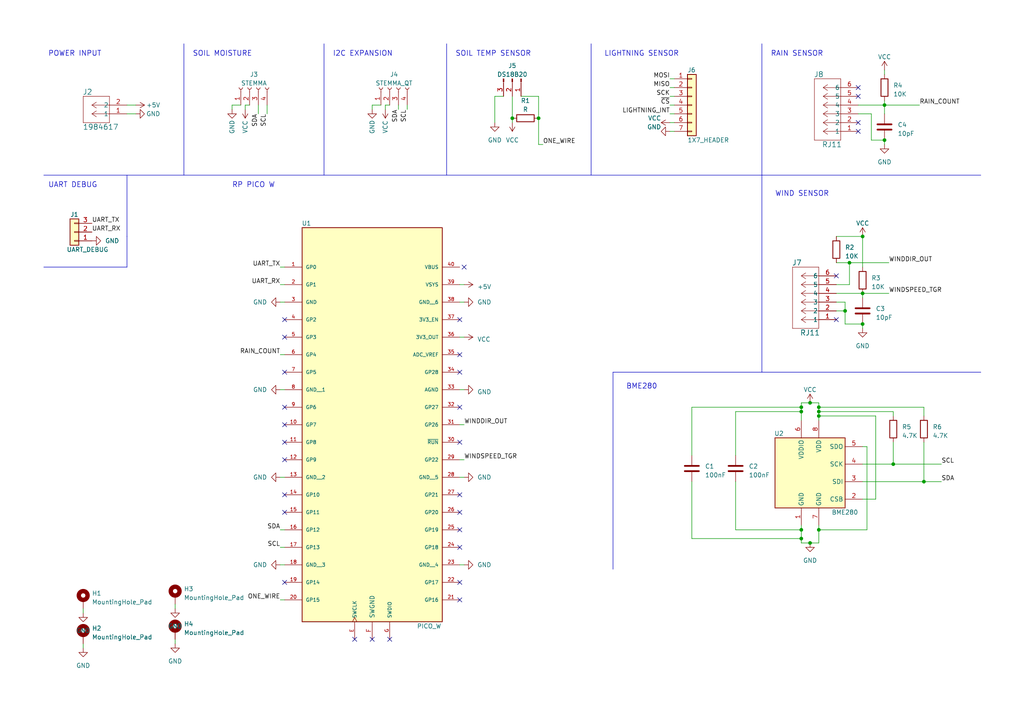
<source format=kicad_sch>
(kicad_sch (version 20231120) (generator "eeschema") (generator_version "8.0")
  (paper "A4")
  (title_block (title "Pico W Weather Station") (date "2023-12-12") (rev "v01") (comment 4 "Author: Scott Perkins"))
  (lib_symbols
    (symbol "Connector:Conn_01x03_Pin" (pin_names (offset 1.016) hide)
      (property "Reference" "J" (at 0 5.08 0))
      (property "Value" "Conn_01x03_Pin" (at 0 -5.08 0))
      (symbol "Conn_01x03_Pin_1_1"
        (polyline (pts (xy 1.27 -2.54) (xy 0.8636 -2.54)) (stroke (width 0.1524)))
        (polyline (pts (xy 1.27 0) (xy 0.8636 0)) (stroke (width 0.1524)))
        (polyline (pts (xy 1.27 2.54) (xy 0.8636 2.54)) (stroke (width 0.1524)))
        (rectangle (start 0.8636 -2.413) (end 0 -2.667) (stroke (width 0.1524)) (fill (type outline)))
        (rectangle (start 0.8636 0.127) (end 0 -0.127) (stroke (width 0.1524)) (fill (type outline)))
        (rectangle (start 0.8636 2.667) (end 0 2.413) (stroke (width 0.1524)) (fill (type outline)))
        (pin passive line (at 5.08 2.54 180) (length 3.81) (name "Pin_1") (number "1"))
        (pin passive line (at 5.08 0 180) (length 3.81) (name "Pin_2") (number "2"))
        (pin passive line (at 5.08 -2.54 180) (length 3.81) (name "Pin_3") (number "3"))
      )
    )
    (symbol "Connector:Conn_01x04_Socket" (pin_names (offset 1.016) hide)
      (property "Reference" "J" (at 0 5.08 0))
      (property "Value" "Conn_01x04_Socket" (at 0 -7.62 0))
      (symbol "Conn_01x04_Socket_1_1"
        (arc (start 0 -4.572) (mid -0.5058 -5.08) (end 0 -5.588) (stroke (width 0.1524)))
        (arc (start 0 -2.032) (mid -0.5058 -2.54) (end 0 -3.048) (stroke (width 0.1524)))
        (polyline (pts (xy -1.27 -5.08) (xy -0.508 -5.08)) (stroke (width 0.1524)))
        (polyline (pts (xy -1.27 -2.54) (xy -0.508 -2.54)) (stroke (width 0.1524)))
        (polyline (pts (xy -1.27 0) (xy -0.508 0)) (stroke (width 0.1524)))
        (polyline (pts (xy -1.27 2.54) (xy -0.508 2.54)) (stroke (width 0.1524)))
        (arc (start 0 0.508) (mid -0.5058 0) (end 0 -0.508) (stroke (width 0.1524)))
        (arc (start 0 3.048) (mid -0.5058 2.54) (end 0 2.032) (stroke (width 0.1524)))
        (pin passive line (at -5.08 2.54 0) (length 3.81) (name "Pin_1") (number "1"))
        (pin passive line (at -5.08 0 0) (length 3.81) (name "Pin_2") (number "2"))
        (pin passive line (at -5.08 -2.54 0) (length 3.81) (name "Pin_3") (number "3"))
        (pin passive line (at -5.08 -5.08 0) (length 3.81) (name "Pin_4") (number "4"))
      )
    )
    (symbol "Connector_Generic:Conn_01x03" (pin_names (offset 1.016) hide)
      (property "Reference" "J" (at 0 5.08 0))
      (property "Value" "Conn_01x03" (at 0 -5.08 0))
      (symbol "Conn_01x03_1_1"
        (rectangle (start -1.27 -2.413) (end 0 -2.667) (stroke (width 0.1524)))
        (rectangle (start -1.27 0.127) (end 0 -0.127) (stroke (width 0.1524)))
        (rectangle (start -1.27 2.667) (end 0 2.413) (stroke (width 0.1524)))
        (rectangle (start -1.27 3.81) (end 1.27 -3.81) (stroke (width 0.254)) (fill (type background)))
        (pin passive line (at -5.08 2.54 0) (length 3.81) (name "Pin_1") (number "1"))
        (pin passive line (at -5.08 0 0) (length 3.81) (name "Pin_2") (number "2"))
        (pin passive line (at -5.08 -2.54 0) (length 3.81) (name "Pin_3") (number "3"))
      )
    )
    (symbol "Connector_Generic:Conn_01x07" (pin_names (offset 1.016) hide)
      (property "Reference" "J" (at 0 10.16 0))
      (property "Value" "Conn_01x07" (at 0 -10.16 0))
      (symbol "Conn_01x07_1_1"
        (rectangle (start -1.27 -7.493) (end 0 -7.747) (stroke (width 0.1524)))
        (rectangle (start -1.27 -4.953) (end 0 -5.207) (stroke (width 0.1524)))
        (rectangle (start -1.27 -2.413) (end 0 -2.667) (stroke (width 0.1524)))
        (rectangle (start -1.27 0.127) (end 0 -0.127) (stroke (width 0.1524)))
        (rectangle (start -1.27 2.667) (end 0 2.413) (stroke (width 0.1524)))
        (rectangle (start -1.27 5.207) (end 0 4.953) (stroke (width 0.1524)))
        (rectangle (start -1.27 7.747) (end 0 7.493) (stroke (width 0.1524)))
        (rectangle (start -1.27 8.89) (end 1.27 -8.89) (stroke (width 0.254)) (fill (type background)))
        (pin passive line (at -5.08 7.62 0) (length 3.81) (name "Pin_1") (number "1"))
        (pin passive line (at -5.08 5.08 0) (length 3.81) (name "Pin_2") (number "2"))
        (pin passive line (at -5.08 2.54 0) (length 3.81) (name "Pin_3") (number "3"))
        (pin passive line (at -5.08 0 0) (length 3.81) (name "Pin_4") (number "4"))
        (pin passive line (at -5.08 -2.54 0) (length 3.81) (name "Pin_5") (number "5"))
        (pin passive line (at -5.08 -5.08 0) (length 3.81) (name "Pin_6") (number "6"))
        (pin passive line (at -5.08 -7.62 0) (length 3.81) (name "Pin_7") (number "7"))
      )
    )
    (symbol "Device:C" (pin_numbers hide) (pin_names (offset 0.254))
      (property "Reference" "C" (at 0.635 2.54 0))
      (property "Value" "C" (at 0.635 -2.54 0))
      (symbol "C_0_1"
        (polyline (pts (xy -2.032 -0.762) (xy 2.032 -0.762)) (stroke (width 0.508)))
        (polyline (pts (xy -2.032 0.762) (xy 2.032 0.762)) (stroke (width 0.508)))
      )
      (symbol "C_1_1"
        (pin passive line (at 0 3.81 270) (length 2.794) (name "~") (number "1"))
        (pin passive line (at 0 -3.81 90) (length 2.794) (name "~") (number "2"))
      )
    )
    (symbol "Device:R" (pin_numbers hide) (pin_names (offset 0))
      (property "Reference" "R" (at 2.032 0 90))
      (property "Value" "R" (at 0 0 90))
      (symbol "R_0_1"
        (rectangle (start -1.016 -2.54) (end 1.016 2.54) (stroke (width 0.254)))
      )
      (symbol "R_1_1"
        (pin passive line (at 0 3.81 270) (length 1.27) (name "~") (number "1"))
        (pin passive line (at 0 -3.81 90) (length 1.27) (name "~") (number "2"))
      )
    )
    (symbol "Mechanical:MountingHole_Pad" (pin_numbers hide) (pin_names (offset 1.016) hide)
      (property "Reference" "H" (at 0 6.35 0))
      (property "Value" "MountingHole_Pad" (at 0 4.445 0))
      (symbol "MountingHole_Pad_0_1"
        (circle (center 0 1.27) (radius 1.27) (stroke (width 1.27)))
      )
      (symbol "MountingHole_Pad_1_1"
        (pin input line (at 0 -2.54 90) (length 2.54) (name "1") (number "1"))
      )
    )
    (symbol "PicoW:SC0918" (pin_names (offset 1.016))
      (property "Reference" "U" (at -20.32 50.8 0))
      (property "Value" "PICO_W" (at 13.97 -66.04 0))
      (symbol "SC0918_0_0"
        (rectangle (start -20.32 50.8) (end 20.32 -63.5) (stroke (width 0.254)) (fill (type background)))
        (pin bidirectional line (at -25.4 39.37 0) (length 5.08) (name "GP0") (number "1"))
        (pin bidirectional line (at -25.4 -6.35 0) (length 5.08) (name "GP7") (number "10"))
        (pin bidirectional line (at -25.4 -11.43 0) (length 5.08) (name "GP8") (number "11"))
        (pin bidirectional line (at -25.4 -16.51 0) (length 5.08) (name "GP9") (number "12"))
        (pin power_in line (at -25.4 -21.59 0) (length 5.08) (name "GND__2") (number "13"))
        (pin bidirectional line (at -25.4 -26.67 0) (length 5.08) (name "GP10") (number "14"))
        (pin bidirectional line (at -25.4 -31.75 0) (length 5.08) (name "GP11") (number "15"))
        (pin bidirectional line (at -25.4 -36.83 0) (length 5.08) (name "GP12") (number "16"))
        (pin bidirectional line (at -25.4 -41.91 0) (length 5.08) (name "GP13") (number "17"))
        (pin power_in line (at -25.4 -46.99 0) (length 5.08) (name "GND__3") (number "18"))
        (pin bidirectional line (at -25.4 -52.07 0) (length 5.08) (name "GP14") (number "19"))
        (pin bidirectional line (at -25.4 34.29 0) (length 5.08) (name "GP1") (number "2"))
        (pin bidirectional line (at -25.4 -57.15 0) (length 5.08) (name "GP15") (number "20"))
        (pin bidirectional line (at 25.4 -57.15 180) (length 5.08) (name "GP16") (number "21"))
        (pin bidirectional line (at 25.4 -52.07 180) (length 5.08) (name "GP17") (number "22"))
        (pin power_in line (at 25.4 -46.99 180) (length 5.08) (name "GND__4") (number "23"))
        (pin bidirectional line (at 25.4 -41.91 180) (length 5.08) (name "GP18") (number "24"))
        (pin bidirectional line (at 25.4 -36.83 180) (length 5.08) (name "GP19") (number "25"))
        (pin bidirectional line (at 25.4 -31.75 180) (length 5.08) (name "GP20") (number "26"))
        (pin bidirectional line (at 25.4 -26.67 180) (length 5.08) (name "GP21") (number "27"))
        (pin power_in line (at 25.4 -21.59 180) (length 5.08) (name "GND__5") (number "28"))
        (pin bidirectional line (at 25.4 -16.51 180) (length 5.08) (name "GP22") (number "29"))
        (pin power_in line (at -25.4 29.21 0) (length 5.08) (name "GND") (number "3"))
        (pin input line (at 25.4 -11.43 180) (length 5.08) (name "~{RUN}") (number "30"))
        (pin bidirectional line (at 25.4 -6.35 180) (length 5.08) (name "GP26") (number "31"))
        (pin bidirectional line (at 25.4 -1.27 180) (length 5.08) (name "GP27") (number "32"))
        (pin power_in line (at 25.4 3.81 180) (length 5.08) (name "AGND") (number "33"))
        (pin bidirectional line (at 25.4 8.89 180) (length 5.08) (name "GP28") (number "34"))
        (pin power_in line (at 25.4 13.97 180) (length 5.08) (name "ADC_VREF") (number "35"))
        (pin power_in line (at 25.4 19.05 180) (length 5.08) (name "3V3_OUT") (number "36"))
        (pin input line (at 25.4 24.13 180) (length 5.08) (name "3V3_EN") (number "37"))
        (pin power_in line (at 25.4 29.21 180) (length 5.08) (name "GND__6") (number "38"))
        (pin power_in line (at 25.4 34.29 180) (length 5.08) (name "VSYS") (number "39"))
        (pin bidirectional line (at -25.4 24.13 0) (length 5.08) (name "GP2") (number "4"))
        (pin power_in line (at 25.4 39.37 180) (length 5.08) (name "VBUS") (number "40"))
        (pin bidirectional line (at -25.4 19.05 0) (length 5.08) (name "GP3") (number "5"))
        (pin bidirectional line (at -25.4 13.97 0) (length 5.08) (name "GP4") (number "6"))
        (pin bidirectional line (at -25.4 8.89 0) (length 5.08) (name "GP5") (number "7"))
        (pin power_in line (at -25.4 3.81 0) (length 5.08) (name "GND__1") (number "8"))
        (pin bidirectional line (at -25.4 -1.27 0) (length 5.08) (name "GP6") (number "9"))
        (pin input clock (at -5.08 -68.58 90) (length 5.08) (name "SWCLK") (number "E"))
        (pin bidirectional line (at 5.08 -68.58 90) (length 5.08) (name "SWDIO") (number "G"))
      )
      (symbol "SC0918_1_1"
        (pin power_in line (at 0 -68.58 90) (length 5.08) (name "SWGND") (number "F"))
      )
    )
    (symbol "Sensor:BME280"
      (property "Reference" "U" (at -8.89 11.43 0))
      (property "Value" "BME280" (at 7.62 11.43 0))
      (symbol "BME280_0_1"
        (rectangle (start -10.16 10.16) (end 10.16 -10.16) (stroke (width 0.254)) (fill (type background)))
      )
      (symbol "BME280_1_1"
        (pin power_in line (at -2.54 -15.24 90) (length 5.08) (name "GND") (number "1"))
        (pin input line (at 15.24 -7.62 180) (length 5.08) (name "CSB") (number "2"))
        (pin bidirectional line (at 15.24 -2.54 180) (length 5.08) (name "SDI") (number "3"))
        (pin input line (at 15.24 2.54 180) (length 5.08) (name "SCK") (number "4"))
        (pin bidirectional line (at 15.24 7.62 180) (length 5.08) (name "SDO") (number "5"))
        (pin power_in line (at -2.54 15.24 270) (length 5.08) (name "VDDIO") (number "6"))
        (pin power_in line (at 2.54 -15.24 90) (length 5.08) (name "GND") (number "7"))
        (pin power_in line (at 2.54 15.24 270) (length 5.08) (name "VDD") (number "8"))
      )
    )
    (symbol "Weather_Sensors:1984617" (pin_names (offset 0.254))
      (property "Reference" "J" (at 5.08 3.81 0))
      (property "Value" "1984617" (at 10.16 -6.35 0))
      (symbol "1984617_0_1"
        (polyline (pts (xy 5.08 -5.08) (xy 12.7 -5.08)) (stroke (width 0.127)))
        (polyline (pts (xy 5.08 2.54) (xy 5.08 -5.08)) (stroke (width 0.127)))
        (polyline (pts (xy 10.16 -2.54) (xy 5.08 -2.54)) (stroke (width 0.127)))
        (polyline (pts (xy 10.16 -2.54) (xy 8.89 -3.3867)) (stroke (width 0.127)))
        (polyline (pts (xy 10.16 -2.54) (xy 8.89 -1.6933)) (stroke (width 0.127)))
        (polyline (pts (xy 10.16 0) (xy 5.08 0)) (stroke (width 0.127)))
        (polyline (pts (xy 10.16 0) (xy 8.89 -0.8467)) (stroke (width 0.127)))
        (polyline (pts (xy 10.16 0) (xy 8.89 0.8467)) (stroke (width 0.127)))
        (polyline (pts (xy 12.7 -5.08) (xy 12.7 2.54)) (stroke (width 0.127)))
        (polyline (pts (xy 12.7 2.54) (xy 5.08 2.54)) (stroke (width 0.127)))
        (pin unspecified line (at 0 0 0) (length 5.08) (name "1") (number "1"))
        (pin unspecified line (at 0 -2.54 0) (length 5.08) (name "2") (number "2"))
      )
    )
    (symbol "Weather_Sensors:5555165-1" (pin_names (offset 0.254))
      (property "Reference" "J" (at 5.08 3.81 0))
      (property "Value" "5555165-1" (at 11.43 -16.51 0))
      (symbol "5555165-1_1_1"
        (polyline (pts (xy 5.08 -15.24) (xy 12.7 -15.24)) (stroke (width 0.127)))
        (polyline (pts (xy 5.08 2.54) (xy 5.08 -15.24)) (stroke (width 0.127)))
        (polyline (pts (xy 10.16 -12.7) (xy 5.08 -12.7)) (stroke (width 0.127)))
        (polyline (pts (xy 10.16 -12.7) (xy 8.89 -13.5467)) (stroke (width 0.127)))
        (polyline (pts (xy 10.16 -12.7) (xy 8.89 -11.8533)) (stroke (width 0.127)))
        (polyline (pts (xy 10.16 -10.16) (xy 5.08 -10.16)) (stroke (width 0.127)))
        (polyline (pts (xy 10.16 -10.16) (xy 8.89 -11.0067)) (stroke (width 0.127)))
        (polyline (pts (xy 10.16 -10.16) (xy 8.89 -9.3133)) (stroke (width 0.127)))
        (polyline (pts (xy 10.16 -7.62) (xy 5.08 -7.62)) (stroke (width 0.127)))
        (polyline (pts (xy 10.16 -7.62) (xy 8.89 -8.4667)) (stroke (width 0.127)))
        (polyline (pts (xy 10.16 -7.62) (xy 8.89 -6.7733)) (stroke (width 0.127)))
        (polyline (pts (xy 10.16 -5.08) (xy 5.08 -5.08)) (stroke (width 0.127)))
        (polyline (pts (xy 10.16 -5.08) (xy 8.89 -5.9267)) (stroke (width 0.127)))
        (polyline (pts (xy 10.16 -5.08) (xy 8.89 -4.2333)) (stroke (width 0.127)))
        (polyline (pts (xy 10.16 -2.54) (xy 5.08 -2.54)) (stroke (width 0.127)))
        (polyline (pts (xy 10.16 -2.54) (xy 8.89 -3.3867)) (stroke (width 0.127)))
        (polyline (pts (xy 10.16 -2.54) (xy 8.89 -1.6933)) (stroke (width 0.127)))
        (polyline (pts (xy 10.16 0) (xy 5.08 0)) (stroke (width 0.127)))
        (polyline (pts (xy 10.16 0) (xy 8.89 -0.8467)) (stroke (width 0.127)))
        (polyline (pts (xy 10.16 0) (xy 8.89 0.8467)) (stroke (width 0.127)))
        (polyline (pts (xy 12.7 -15.24) (xy 12.7 2.54)) (stroke (width 0.127)))
        (polyline (pts (xy 12.7 2.54) (xy 5.08 2.54)) (stroke (width 0.127)))
        (pin unspecified line (at 0 0 0) (length 5.08) (name "1") (number "1"))
        (pin unspecified line (at 0 -2.54 0) (length 5.08) (name "2") (number "2"))
        (pin unspecified line (at 0 -5.08 0) (length 5.08) (name "3") (number "3"))
        (pin unspecified line (at 0 -7.62 0) (length 5.08) (name "4") (number "4"))
        (pin unspecified line (at 0 -10.16 0) (length 5.08) (name "5") (number "5"))
        (pin unspecified line (at 0 -12.7 0) (length 5.08) (name "6") (number "6"))
      )
      (symbol "5555165-1_1_2"
        (polyline (pts (xy 5.08 -15.24) (xy 12.7 -15.24)) (stroke (width 0.127)))
        (polyline (pts (xy 5.08 2.54) (xy 5.08 -15.24)) (stroke (width 0.127)))
        (polyline (pts (xy 7.62 -12.7) (xy 5.08 -12.7)) (stroke (width 0.127)))
        (polyline (pts (xy 7.62 -12.7) (xy 8.89 -13.5467)) (stroke (width 0.127)))
        (polyline (pts (xy 7.62 -12.7) (xy 8.89 -11.8533)) (stroke (width 0.127)))
        (polyline (pts (xy 7.62 -10.16) (xy 5.08 -10.16)) (stroke (width 0.127)))
        (polyline (pts (xy 7.62 -10.16) (xy 8.89 -11.0067)) (stroke (width 0.127)))
        (polyline (pts (xy 7.62 -10.16) (xy 8.89 -9.3133)) (stroke (width 0.127)))
        (polyline (pts (xy 7.62 -7.62) (xy 5.08 -7.62)) (stroke (width 0.127)))
        (polyline (pts (xy 7.62 -7.62) (xy 8.89 -8.4667)) (stroke (width 0.127)))
        (polyline (pts (xy 7.62 -7.62) (xy 8.89 -6.7733)) (stroke (width 0.127)))
        (polyline (pts (xy 7.62 -5.08) (xy 5.08 -5.08)) (stroke (width 0.127)))
        (polyline (pts (xy 7.62 -5.08) (xy 8.89 -5.9267)) (stroke (width 0.127)))
        (polyline (pts (xy 7.62 -5.08) (xy 8.89 -4.2333)) (stroke (width 0.127)))
        (polyline (pts (xy 7.62 -2.54) (xy 5.08 -2.54)) (stroke (width 0.127)))
        (polyline (pts (xy 7.62 -2.54) (xy 8.89 -3.3867)) (stroke (width 0.127)))
        (polyline (pts (xy 7.62 -2.54) (xy 8.89 -1.6933)) (stroke (width 0.127)))
        (polyline (pts (xy 7.62 0) (xy 5.08 0)) (stroke (width 0.127)))
        (polyline (pts (xy 7.62 0) (xy 8.89 -0.8467)) (stroke (width 0.127)))
        (polyline (pts (xy 7.62 0) (xy 8.89 0.8467)) (stroke (width 0.127)))
        (polyline (pts (xy 12.7 -15.24) (xy 12.7 2.54)) (stroke (width 0.127)))
        (polyline (pts (xy 12.7 2.54) (xy 5.08 2.54)) (stroke (width 0.127)))
        (pin unspecified line (at 0 0 0) (length 5.08) (name "1") (number "1"))
        (pin unspecified line (at 0 -2.54 0) (length 5.08) (name "2") (number "2"))
        (pin unspecified line (at 0 -5.08 0) (length 5.08) (name "3") (number "3"))
        (pin unspecified line (at 0 -7.62 0) (length 5.08) (name "4") (number "4"))
        (pin unspecified line (at 0 -10.16 0) (length 5.08) (name "5") (number "5"))
        (pin unspecified line (at 0 -12.7 0) (length 5.08) (name "6") (number "6"))
      )
    )
    (symbol "power:+5V" (power) (pin_names (offset 0))
      (property "Value" "+5V" (at 0 3.556 0))
      (symbol "+5V_0_1"
        (polyline (pts (xy -0.762 1.27) (xy 0 2.54)))
        (polyline (pts (xy 0 0) (xy 0 2.54)))
        (polyline (pts (xy 0 2.54) (xy 0.762 1.27)))
      )
      (symbol "+5V_1_1"
        (pin power_in line (at 0 0 90) (length 0) hide (name "+5V") (number "1"))
      )
    )
    (symbol "power:GND" (power) (pin_names (offset 0))
      (property "Value" "GND" (at 0 -3.81 0))
      (symbol "GND_0_1"
        (polyline (pts (xy 0 0) (xy 0 -1.27) (xy 1.27 -1.27) (xy 0 -2.54) (xy -1.27 -1.27) (xy 0 -1.27)))
      )
      (symbol "GND_1_1"
        (pin power_in line (at 0 0 270) (length 0) hide (name "GND") (number "1"))
      )
    )
    (symbol "power:VCC" (power) (pin_names (offset 0))
      (property "Value" "VCC" (at 0 3.81 0))
      (symbol "VCC_0_1"
        (polyline (pts (xy -0.762 1.27) (xy 0 2.54)))
        (polyline (pts (xy 0 0) (xy 0 2.54)))
        (polyline (pts (xy 0 2.54) (xy 0.762 1.27)))
      )
      (symbol "VCC_1_1"
        (pin power_in line (at 0 0 90) (length 0) hide (name "VCC") (number "1"))
      )
    )
  )
  (junction (at 232.41 153.67))
  (junction (at 256.54 30.48))
  (junction (at 250.19 93.98))
  (junction (at 250.19 68.58))
  (junction (at 232.41 118.11))
  (junction (at 232.41 119.38))
  (junction (at 232.41 156.21))
  (junction (at 237.49 153.67))
  (junction (at 234.95 116.84))
  (junction (at 267.97 139.7))
  (junction (at 237.49 118.11))
  (junction (at 250.19 85.09))
  (junction (at 256.54 40.64))
  (junction (at 259.08 134.62))
  (junction (at 234.95 157.48))
  (junction (at 237.49 119.38))
  (junction (at 156.21 34.29))
  (junction (at 246.38 76.2))
  (junction (at 245.11 90.17))
  (junction (at 148.59 34.29))
  (junction (at 237.49 120.65))
  (no_connect (at 133.35 107.95))
  (no_connect (at 248.92 38.1))
  (no_connect (at 107.95 185.42))
  (no_connect (at 133.35 143.51))
  (no_connect (at 133.35 118.11))
  (no_connect (at 248.92 35.56))
  (no_connect (at 248.92 27.94))
  (no_connect (at 82.55 128.27))
  (no_connect (at 113.03 185.42))
  (no_connect (at 82.55 97.79))
  (no_connect (at 242.57 92.71))
  (no_connect (at 133.35 168.91))
  (no_connect (at 82.55 133.35))
  (no_connect (at 133.35 92.71))
  (no_connect (at 102.87 185.42))
  (no_connect (at 82.55 143.51))
  (no_connect (at 242.57 80.01))
  (no_connect (at 82.55 107.95))
  (no_connect (at 82.55 168.91))
  (no_connect (at 133.35 128.27))
  (no_connect (at 133.35 173.99))
  (no_connect (at 82.55 148.59))
  (no_connect (at 82.55 118.11))
  (no_connect (at 133.35 153.67))
  (no_connect (at 133.35 148.59))
  (no_connect (at 82.55 123.19))
  (no_connect (at 133.35 102.87))
  (no_connect (at 248.92 25.4))
  (no_connect (at 133.35 158.75))
  (no_connect (at 134.62 77.47))
  (no_connect (at 82.55 92.71))
  (wire (pts (xy 148.59 27.94) (xy 148.59 34.29)))
  (wire (pts (xy 250.19 68.58) (xy 250.19 77.47)))
  (polyline (pts (xy 53.34 12.7) (xy 53.34 50.8)))
  (wire (pts (xy 24.13 176.53) (xy 24.13 177.8)))
  (wire (pts (xy 156.21 34.29) (xy 156.21 41.91)))
  (wire (pts (xy 237.49 157.48) (xy 237.49 153.67)))
  (wire (pts (xy 133.35 133.35) (xy 134.62 133.35)))
  (polyline (pts (xy 93.98 12.7) (xy 93.98 50.8)))
  (wire (pts (xy 194.31 22.86) (xy 195.58 22.86)))
  (wire (pts (xy 113.03 30.48) (xy 111.76 30.48)))
  (wire (pts (xy 156.21 27.94) (xy 156.21 34.29)))
  (wire (pts (xy 133.35 82.55) (xy 134.62 82.55)))
  (wire (pts (xy 133.35 163.83) (xy 134.62 163.83)))
  (wire (pts (xy 246.38 82.55) (xy 246.38 76.2)))
  (polyline (pts (xy 36.83 68.58) (xy 36.83 77.47)))
  (wire (pts (xy 237.49 119.38) (xy 259.08 119.38)))
  (wire (pts (xy 107.95 30.48) (xy 107.95 31.75)))
  (wire (pts (xy 232.41 118.11) (xy 200.66 118.11)))
  (wire (pts (xy 81.28 102.87) (xy 82.55 102.87)))
  (wire (pts (xy 213.36 153.67) (xy 232.41 153.67)))
  (wire (pts (xy 81.28 138.43) (xy 82.55 138.43)))
  (wire (pts (xy 194.31 38.1) (xy 195.58 38.1)))
  (wire (pts (xy 81.28 87.63) (xy 82.55 87.63)))
  (wire (pts (xy 213.36 119.38) (xy 213.36 132.08)))
  (wire (pts (xy 200.66 156.21) (xy 232.41 156.21)))
  (polyline (pts (xy 220.98 12.7) (xy 220.98 50.8)))
  (wire (pts (xy 242.57 87.63) (xy 245.11 87.63)))
  (wire (pts (xy 115.57 30.48) (xy 115.57 31.75)))
  (wire (pts (xy 256.54 30.48) (xy 256.54 33.02)))
  (wire (pts (xy 234.95 116.84) (xy 232.41 116.84)))
  (wire (pts (xy 50.8 175.26) (xy 50.8 176.53)))
  (wire (pts (xy 248.92 33.02) (xy 252.73 33.02)))
  (wire (pts (xy 81.28 163.83) (xy 82.55 163.83)))
  (wire (pts (xy 81.28 158.75) (xy 82.55 158.75)))
  (wire (pts (xy 148.59 34.29) (xy 148.59 35.56)))
  (wire (pts (xy 237.49 119.38) (xy 237.49 120.65)))
  (wire (pts (xy 237.49 120.65) (xy 254 120.65)))
  (wire (pts (xy 250.19 144.78) (xy 254 144.78)))
  (wire (pts (xy 259.08 134.62) (xy 273.05 134.62)))
  (wire (pts (xy 81.28 153.67) (xy 82.55 153.67)))
  (wire (pts (xy 67.31 30.48) (xy 67.31 31.75)))
  (polyline (pts (xy 171.45 12.7) (xy 171.45 50.8)))
  (wire (pts (xy 245.11 93.98) (xy 250.19 93.98)))
  (wire (pts (xy 133.35 138.43) (xy 134.62 138.43)))
  (wire (pts (xy 267.97 118.11) (xy 267.97 120.65)))
  (polyline (pts (xy 220.98 107.95) (xy 177.8 107.95)))
  (wire (pts (xy 242.57 76.2) (xy 246.38 76.2)))
  (polyline (pts (xy 12.7 77.47) (xy 36.83 77.47)))
  (wire (pts (xy 234.95 157.48) (xy 237.49 157.48)))
  (wire (pts (xy 256.54 40.64) (xy 256.54 41.91)))
  (wire (pts (xy 151.13 27.94) (xy 156.21 27.94)))
  (wire (pts (xy 256.54 20.32) (xy 256.54 21.59)))
  (wire (pts (xy 237.49 118.11) (xy 267.97 118.11)))
  (wire (pts (xy 232.41 153.67) (xy 232.41 156.21)))
  (polyline (pts (xy 129.54 12.7) (xy 129.54 50.8)))
  (wire (pts (xy 200.66 139.7) (xy 200.66 156.21)))
  (wire (pts (xy 133.35 113.03) (xy 134.62 113.03)))
  (wire (pts (xy 133.35 123.19) (xy 134.62 123.19)))
  (wire (pts (xy 81.28 173.99) (xy 82.55 173.99)))
  (wire (pts (xy 252.73 33.02) (xy 252.73 40.64)))
  (wire (pts (xy 267.97 128.27) (xy 267.97 139.7)))
  (wire (pts (xy 200.66 118.11) (xy 200.66 132.08)))
  (wire (pts (xy 194.31 35.56) (xy 195.58 35.56)))
  (wire (pts (xy 252.73 40.64) (xy 256.54 40.64)))
  (polyline (pts (xy 220.98 50.8) (xy 220.98 107.95)))
  (wire (pts (xy 232.41 116.84) (xy 232.41 118.11)))
  (wire (pts (xy 259.08 119.38) (xy 259.08 120.65)))
  (wire (pts (xy 237.49 118.11) (xy 237.49 119.38)))
  (polyline (pts (xy 220.98 107.95) (xy 284.48 107.95)))
  (wire (pts (xy 237.49 120.65) (xy 237.49 121.92)))
  (wire (pts (xy 156.21 41.91) (xy 157.48 41.91)))
  (wire (pts (xy 237.49 116.84) (xy 237.49 118.11)))
  (wire (pts (xy 250.19 93.98) (xy 250.19 95.25)))
  (wire (pts (xy 118.11 30.48) (xy 118.11 31.75)))
  (wire (pts (xy 242.57 68.58) (xy 250.19 68.58)))
  (wire (pts (xy 259.08 128.27) (xy 259.08 134.62)))
  (wire (pts (xy 250.19 134.62) (xy 259.08 134.62)))
  (wire (pts (xy 232.41 156.21) (xy 232.41 157.48)))
  (wire (pts (xy 36.83 30.48) (xy 39.37 30.48)))
  (wire (pts (xy 194.31 30.48) (xy 195.58 30.48)))
  (wire (pts (xy 232.41 152.4) (xy 232.41 153.67)))
  (wire (pts (xy 237.49 153.67) (xy 237.49 152.4)))
  (wire (pts (xy 232.41 157.48) (xy 234.95 157.48)))
  (wire (pts (xy 77.47 30.48) (xy 77.47 33.02)))
  (wire (pts (xy 110.49 30.48) (xy 107.95 30.48)))
  (wire (pts (xy 237.49 153.67) (xy 251.46 153.67)))
  (wire (pts (xy 111.76 30.48) (xy 111.76 31.75)))
  (wire (pts (xy 250.19 85.09) (xy 250.19 86.36)))
  (polyline (pts (xy 177.8 107.95) (xy 177.8 165.1)))
  (wire (pts (xy 251.46 129.54) (xy 251.46 153.67)))
  (wire (pts (xy 72.39 30.48) (xy 71.12 30.48)))
  (wire (pts (xy 254 144.78) (xy 254 120.65)))
  (wire (pts (xy 232.41 119.38) (xy 213.36 119.38)))
  (wire (pts (xy 194.31 25.4) (xy 195.58 25.4)))
  (wire (pts (xy 69.85 30.48) (xy 67.31 30.48)))
  (wire (pts (xy 242.57 90.17) (xy 245.11 90.17)))
  (wire (pts (xy 242.57 85.09) (xy 250.19 85.09)))
  (wire (pts (xy 133.35 97.79) (xy 134.62 97.79)))
  (wire (pts (xy 250.19 139.7) (xy 267.97 139.7)))
  (wire (pts (xy 74.93 30.48) (xy 74.93 33.02)))
  (wire (pts (xy 24.13 186.69) (xy 24.13 187.96)))
  (polyline (pts (xy 36.83 68.58) (xy 36.83 50.8)))
  (wire (pts (xy 143.51 35.56) (xy 143.51 27.94)))
  (wire (pts (xy 232.41 118.11) (xy 232.41 119.38)))
  (wire (pts (xy 143.51 27.94) (xy 146.05 27.94)))
  (wire (pts (xy 36.83 33.02) (xy 39.37 33.02)))
  (wire (pts (xy 250.19 129.54) (xy 251.46 129.54)))
  (wire (pts (xy 81.28 113.03) (xy 82.55 113.03)))
  (wire (pts (xy 194.31 33.02) (xy 195.58 33.02)))
  (wire (pts (xy 245.11 87.63) (xy 245.11 90.17)))
  (polyline (pts (xy 12.7 50.8) (xy 284.48 50.8)))
  (wire (pts (xy 245.11 90.17) (xy 245.11 93.98)))
  (wire (pts (xy 256.54 29.21) (xy 256.54 30.48)))
  (wire (pts (xy 50.8 185.42) (xy 50.8 186.69)))
  (wire (pts (xy 242.57 82.55) (xy 246.38 82.55)))
  (wire (pts (xy 71.12 30.48) (xy 71.12 31.75)))
  (wire (pts (xy 194.31 27.94) (xy 195.58 27.94)))
  (wire (pts (xy 256.54 30.48) (xy 266.7 30.48)))
  (wire (pts (xy 232.41 119.38) (xy 232.41 121.92)))
  (wire (pts (xy 133.35 87.63) (xy 134.62 87.63)))
  (wire (pts (xy 250.19 85.09) (xy 257.81 85.09)))
  (wire (pts (xy 81.28 82.55) (xy 82.55 82.55)))
  (wire (pts (xy 234.95 116.84) (xy 237.49 116.84)))
  (wire (pts (xy 246.38 76.2) (xy 257.81 76.2)))
  (wire (pts (xy 213.36 139.7) (xy 213.36 153.67)))
  (wire (pts (xy 267.97 139.7) (xy 273.05 139.7)))
  (wire (pts (xy 81.28 77.47) (xy 82.55 77.47)))
  (wire (pts (xy 248.92 30.48) (xy 256.54 30.48)))
  (text "RAIN SENSOR\n" (at 223.52 16.51 0) (effects (font (size 1.5 1.5)) (justify left bottom)))
  (text "I2C EXPANSION\n" (at 96.52 16.51 0) (effects (font (size 1.5 1.5)) (justify left bottom)))
  (text "POWER INPUT\n" (at 13.97 16.51 0) (effects (font (size 1.5 1.5)) (justify left bottom)))
  (text "UART DEBUG" (at 13.97 54.61 0) (effects (font (size 1.5 1.5)) (justify left bottom)))
  (text "LIGHTNING SENSOR\n" (at 175.26 16.51 0) (effects (font (size 1.5 1.5)) (justify left bottom)))
  (text "RP PICO W\n" (at 67.31 54.61 0) (effects (font (size 1.5 1.5)) (justify left bottom)))
  (text "WIND SENSOR" (at 224.79 57.15 0) (effects (font (size 1.5 1.5)) (justify left bottom)))
  (text "SOIL TEMP SENSOR\n" (at 132.08 16.51 0) (effects (font (size 1.5 1.5)) (justify left bottom)))
  (text "BME280" (at 181.61 113.03 0) (effects (font (size 1.5 1.5)) (justify left bottom)))
  (text "SOIL MOISTURE\n" (at 55.88 16.51 0) (effects (font (size 1.5 1.5)) (justify left bottom)))
  (label "SDA" (at 74.93 33.02 270))
  (label "UART_TX" (at 81.28 77.47 180))
  (label "WINDDIR_OUT" (at 257.81 76.2 0))
  (label "WINDDIR_OUT" (at 134.62 123.19 0))
  (label "UART_RX" (at 26.67 67.31 0))
  (label "RAIN_COUNT" (at 266.7 30.48 0))
  (label "MOSI" (at 194.31 22.86 180))
  (label "LIGHTNING_INT" (at 194.31 33.02 180))
  (label "MISO" (at 194.31 25.4 180))
  (label "WINDSPEED_TGR" (at 134.62 133.35 0))
  (label "SDA" (at 115.57 31.75 270))
  (label "SDA" (at 81.28 153.67 180))
  (label "UART_TX" (at 26.67 64.77 0))
  (label "ONE_WIRE" (at 157.48 41.91 0))
  (label "SCL" (at 81.28 158.75 180))
  (label "SCL" (at 77.47 33.02 270))
  (label "UART_RX" (at 81.28 82.55 180))
  (label "SCL" (at 118.11 31.75 270))
  (label "ONE_WIRE" (at 81.28 173.99 180))
  (label "RAIN_COUNT" (at 81.28 102.87 180))
  (label "SDA" (at 273.05 139.7 0))
  (label "SCK" (at 194.31 27.94 180))
  (label "WINDSPEED_TGR" (at 257.81 85.09 0))
  (label "~{CS}" (at 194.31 30.48 180))
  (label "SCL" (at 273.05 134.62 0))
  (symbol (lib_id "Device:C") (at 250.19 90.17 0) (unit 1)
    (property "Reference" "C3" (at 254 89.535 0) (effects (justify left)))
    (property "Value" "10pF" (at 254 92.075 0) (effects (justify left)))
    (property "Footprint" "Capacitor_SMD:C_0805_2012Metric_Pad1.18x1.45mm_HandSolder" (effects (hide yes)))
  )
  (symbol (lib_id "power:GND") (at 81.28 138.43 270) (unit 1)
    (property "Reference" "#PWR08" (effects (hide yes)))
    (property "Value" "GND" (at 77.47 138.43 90) (effects (justify right)))
  )
  (symbol (lib_id "power:GND") (at 234.95 157.48 0) (unit 1)
    (property "Reference" "#PWR023" (effects (hide yes)))
    (property "Value" "GND" (at 234.95 162.56 0))
  )
  (symbol (lib_id "Weather_Sensors:1984617") (at 36.83 33.02 180) (unit 1)
    (property "Reference" "J2" (at 25.4 26.67 0) (effects (font (size 1.524 1.524))))
    (property "Value" "1984617" (at 29.21 36.83 0) (effects (font (size 1.524 1.524))))
    (property "Footprint" "WeatherStation:CONN_1984617_PXC" (effects (hide yes)))
    (property "Datasheet" "1984617" (effects (hide yes)))
  )
  (symbol (lib_id "Device:R") (at 242.57 72.39 0) (unit 1)
    (property "Reference" "R2" (at 245.11 71.755 0) (effects (justify left)))
    (property "Value" "10K" (at 245.11 74.295 0) (effects (justify left)))
    (property "Footprint" "Resistor_SMD:R_0805_2012Metric_Pad1.20x1.40mm_HandSolder" (effects (hide yes)))
  )
  (symbol (lib_id "power:GND") (at 134.62 87.63 90) (unit 1)
    (property "Reference" "#PWR013" (effects (hide yes)))
    (property "Value" "GND" (at 138.43 87.63 90) (effects (justify right)))
  )
  (symbol (lib_id "power:VCC") (at 250.19 68.58 0) (unit 1)
    (property "Reference" "#PWR024" (effects (hide yes)))
    (property "Value" "VCC" (at 250.19 64.77 0))
  )
  (symbol (lib_id "Device:R") (at 152.4 34.29 270) (unit 1)
    (property "Reference" "R1" (at 152.4 29.21 90))
    (property "Value" "R" (at 152.4 31.75 90))
    (property "Footprint" "Resistor_SMD:R_0805_2012Metric_Pad1.20x1.40mm_HandSolder" (effects (hide yes)))
  )
  (symbol (lib_id "power:GND") (at 194.31 38.1 270) (unit 1)
    (property "Reference" "#PWR021" (effects (hide yes)))
    (property "Value" "GND" (at 191.77 36.83 90) (effects (justify right)))
  )
  (symbol (lib_id "power:GND") (at 81.28 163.83 270) (unit 1)
    (property "Reference" "#PWR09" (effects (hide yes)))
    (property "Value" "GND" (at 77.47 163.83 90) (effects (justify right)))
  )
  (symbol (lib_id "power:GND") (at 67.31 31.75 0) (unit 1)
    (property "Reference" "#PWR04" (effects (hide yes)))
    (property "Value" "GND" (at 67.31 36.83 90))
  )
  (symbol (lib_id "Weather_Sensors:5555165-1") (at 248.92 38.1 180) (unit 1)
    (property "Reference" "J8" (at 237.49 21.59 0) (effects (font (size 1.524 1.524))))
    (property "Value" "RJ11" (at 241.3 41.91 0) (effects (font (size 1.524 1.524))))
    (property "Footprint" "WeatherStation:CONN6_5555165-1_TEC" (effects (hide yes)))
    (property "Datasheet" "5555165-1" (effects (hide yes)))
  )
  (symbol (lib_id "Mechanical:MountingHole_Pad") (at 50.8 182.88 0) (unit 1)
    (property "Reference" "H4" (at 53.34 180.975 0) (effects (justify left)))
    (property "Value" "MountingHole_Pad" (at 53.34 183.515 0) (effects (justify left)))
    (property "Footprint" "MountingHole:MountingHole_3.2mm_M3_ISO7380" (effects (hide yes)))
  )
  (symbol (lib_id "Connector:Conn_01x04_Socket") (at 113.03 25.4 90) (unit 1)
    (property "Reference" "J4" (at 114.3 21.59 90))
    (property "Value" "STEMMA_QT" (at 114.3 24.13 90))
    (property "Footprint" "WeatherStation:STEMMA_SMALL" (effects (hide yes)))
  )
  (symbol (lib_id "power:GND") (at 256.54 41.91 0) (unit 1)
    (property "Reference" "#PWR027" (effects (hide yes)))
    (property "Value" "GND" (at 256.54 46.99 0))
  )
  (symbol (lib_id "Sensor:BME280") (at 234.95 137.16 0) (unit 1)
    (property "Reference" "U2" (at 227.33 125.73 0) (effects (justify right)))
    (property "Value" "BME280" (at 248.92 148.59 0) (effects (justify right)))
    (property "Footprint" "Package_LGA:Bosch_LGA-8_2.5x2.5mm_P0.65mm_ClockwisePinNumbering" (effects (hide yes)))
    (property "Datasheet" "https://www.bosch-sensortec.com/media/boschsensortec/downloads/datasheets/bst-bme280-ds002.pdf" (effects (hide yes)))
  )
  (symbol (lib_id "power:VCC") (at 148.59 35.56 180) (unit 1)
    (property "Reference" "#PWR019" (effects (hide yes)))
    (property "Value" "VCC" (at 148.59 40.64 0))
  )
  (symbol (lib_id "power:VCC") (at 71.12 31.75 180) (unit 1)
    (property "Reference" "#PWR05" (effects (hide yes)))
    (property "Value" "VCC" (at 71.12 36.83 90))
  )
  (symbol (lib_id "Device:R") (at 267.97 124.46 0) (unit 1)
    (property "Reference" "R6" (at 270.51 123.825 0) (effects (justify left)))
    (property "Value" "4.7K" (at 270.51 126.365 0) (effects (justify left)))
    (property "Footprint" "Resistor_SMD:R_0805_2012Metric_Pad1.20x1.40mm_HandSolder" (effects (hide yes)))
  )
  (symbol (lib_id "Mechanical:MountingHole_Pad") (at 24.13 184.15 0) (unit 1)
    (property "Reference" "H2" (at 26.67 182.245 0) (effects (justify left)))
    (property "Value" "MountingHole_Pad" (at 26.67 184.785 0) (effects (justify left)))
    (property "Footprint" "MountingHole:MountingHole_3.2mm_M3_ISO7380" (effects (hide yes)))
  )
  (symbol (lib_id "power:GND") (at 24.13 177.8 0) (unit 1)
    (property "Reference" "#PWR028" (effects (hide yes)))
    (property "Value" "GND" (at 24.13 182.88 0))
  )
  (symbol (lib_id "power:GND") (at 143.51 35.56 0) (unit 1)
    (property "Reference" "#PWR018" (effects (hide yes)))
    (property "Value" "GND" (at 143.51 40.64 0))
  )
  (symbol (lib_id "power:GND") (at 81.28 87.63 270) (unit 1)
    (property "Reference" "#PWR06" (effects (hide yes)))
    (property "Value" "GND" (at 77.47 87.63 90) (effects (justify right)))
  )
  (symbol (lib_id "power:GND") (at 134.62 113.03 90) (unit 1)
    (property "Reference" "#PWR015" (effects (hide yes)))
    (property "Value" "GND" (at 138.43 113.665 90) (effects (justify right)))
  )
  (symbol (lib_id "PicoW:SC0918") (at 107.95 116.84 0) (unit 1)
    (property "Reference" "U1" (at 88.9 64.77 0))
    (property "Value" "PICO_W" (at 124.46 181.61 0))
    (property "Footprint" "WeatherStation:PinHeader_2x20_P2.54mm_Vertical" (effects (hide yes)))
    (property "PARTREV" "2.1" (effects (hide yes)))
    (property "STANDARD" "Manufacturer Recommendations" (effects (hide yes)))
    (property "MAXIMUM_PACKAGE_HEIGHT" "3.6mm" (effects (hide yes)))
    (property "MANUFACTURER" "Raspberry Pi" (effects (hide yes)))
  )
  (symbol (lib_id "power:GND") (at 134.62 163.83 90) (unit 1)
    (property "Reference" "#PWR017" (effects (hide yes)))
    (property "Value" "GND" (at 138.43 163.83 90) (effects (justify right)))
  )
  (symbol (lib_id "Device:R") (at 256.54 25.4 0) (unit 1)
    (property "Reference" "R4" (at 259.08 24.765 0) (effects (justify left)))
    (property "Value" "10K" (at 259.08 27.305 0) (effects (justify left)))
    (property "Footprint" "Resistor_SMD:R_0805_2012Metric_Pad1.20x1.40mm_HandSolder" (effects (hide yes)))
  )
  (symbol (lib_id "power:GND") (at 50.8 176.53 0) (unit 1)
    (property "Reference" "#PWR029" (effects (hide yes)))
    (property "Value" "GND" (at 50.8 181.61 0))
  )
  (symbol (lib_id "Device:C") (at 256.54 36.83 0) (unit 1)
    (property "Reference" "C4" (at 260.35 36.195 0) (effects (justify left)))
    (property "Value" "10pF" (at 260.35 38.735 0) (effects (justify left)))
    (property "Footprint" "Capacitor_SMD:C_0805_2012Metric_Pad1.18x1.45mm_HandSolder" (effects (hide yes)))
  )
  (symbol (lib_id "Device:R") (at 250.19 81.28 0) (unit 1)
    (property "Reference" "R3" (at 252.73 80.645 0) (effects (justify left)))
    (property "Value" "10K" (at 252.73 83.185 0) (effects (justify left)))
    (property "Footprint" "Resistor_SMD:R_0805_2012Metric_Pad1.20x1.40mm_HandSolder" (effects (hide yes)))
  )
  (symbol (lib_id "power:GND") (at 26.67 69.85 90) (unit 1)
    (property "Reference" "#PWR01" (effects (hide yes)))
    (property "Value" "GND" (at 30.48 69.85 90) (effects (justify right)))
  )
  (symbol (lib_id "power:+5V") (at 134.62 82.55 270) (unit 1)
    (property "Reference" "#PWR012" (effects (hide yes)))
    (property "Value" "+5V" (at 138.43 83.185 90) (effects (justify left)))
  )
  (symbol (lib_id "Connector_Generic:Conn_01x07") (at 200.66 30.48 0) (unit 1)
    (property "Reference" "J6" (at 199.39 20.32 0) (effects (justify left)))
    (property "Value" "1X7_HEADER" (at 199.39 40.64 0) (effects (justify left)))
    (property "Footprint" "Connector_PinHeader_2.54mm:PinHeader_1x07_P2.54mm_Vertical" (effects (hide yes)))
  )
  (symbol (lib_id "power:VCC") (at 234.95 116.84 0) (unit 1)
    (property "Reference" "#PWR022" (effects (hide yes)))
    (property "Value" "VCC" (at 234.95 113.03 0))
  )
  (symbol (lib_id "Connector_Generic:Conn_01x03") (at 21.59 67.31 180) (unit 1)
    (property "Reference" "J1" (at 21.59 62.23 0))
    (property "Value" "UART_DEBUG" (at 25.4 72.39 0))
    (property "Footprint" "Connector_PinHeader_2.54mm:PinHeader_1x03_P2.54mm_Vertical" (effects (hide yes)))
  )
  (symbol (lib_id "power:+5V") (at 39.37 30.48 270) (unit 1)
    (property "Reference" "#PWR02" (effects (hide yes)))
    (property "Value" "+5V" (at 44.45 30.48 90))
  )
  (symbol (lib_id "Connector:Conn_01x04_Socket") (at 72.39 25.4 90) (unit 1)
    (property "Reference" "J3" (at 73.66 21.59 90))
    (property "Value" "STEMMA" (at 73.66 24.13 90))
    (property "Footprint" "WeatherStation:STEMMA_LARGE" (effects (hide yes)))
  )
  (symbol (lib_id "power:GND") (at 39.37 33.02 90) (unit 1)
    (property "Reference" "#PWR03" (effects (hide yes)))
    (property "Value" "GND" (at 44.45 33.02 90))
  )
  (symbol (lib_id "Mechanical:MountingHole_Pad") (at 24.13 173.99 0) (unit 1)
    (property "Reference" "H1" (at 26.67 172.085 0) (effects (justify left)))
    (property "Value" "MountingHole_Pad" (at 26.67 174.625 0) (effects (justify left)))
    (property "Footprint" "MountingHole:MountingHole_3.2mm_M3_ISO7380" (effects (hide yes)))
  )
  (symbol (lib_id "Weather_Sensors:5555165-1") (at 242.57 92.71 180) (unit 1)
    (property "Reference" "J7" (at 231.14 76.2 0) (effects (font (size 1.524 1.524))))
    (property "Value" "RJ11" (at 234.95 96.52 0) (effects (font (size 1.524 1.524))))
    (property "Footprint" "WeatherStation:CONN6_5555165-1_TEC" (effects (hide yes)))
    (property "Datasheet" "5555165-1" (effects (hide yes)))
  )
  (symbol (lib_id "power:VCC") (at 111.76 31.75 180) (unit 1)
    (property "Reference" "#PWR011" (effects (hide yes)))
    (property "Value" "VCC" (at 111.76 36.83 90))
  )
  (symbol (lib_id "power:GND") (at 50.8 186.69 0) (unit 1)
    (property "Reference" "#PWR031" (effects (hide yes)))
    (property "Value" "GND" (at 50.8 191.77 0))
  )
  (symbol (lib_id "power:VCC") (at 134.62 97.79 270) (unit 1)
    (property "Reference" "#PWR014" (effects (hide yes)))
    (property "Value" "VCC" (at 138.43 98.425 90) (effects (justify left)))
  )
  (symbol (lib_id "power:VCC") (at 194.31 35.56 90) (unit 1)
    (property "Reference" "#PWR020" (effects (hide yes)))
    (property "Value" "VCC" (at 191.77 34.29 90) (effects (justify left)))
  )
  (symbol (lib_id "power:GND") (at 24.13 187.96 0) (unit 1)
    (property "Reference" "#PWR030" (effects (hide yes)))
    (property "Value" "GND" (at 24.13 193.04 0))
  )
  (symbol (lib_id "power:GND") (at 107.95 31.75 0) (unit 1)
    (property "Reference" "#PWR010" (effects (hide yes)))
    (property "Value" "GND" (at 107.95 36.83 90))
  )
  (symbol (lib_id "power:GND") (at 250.19 95.25 0) (unit 1)
    (property "Reference" "#PWR025" (effects (hide yes)))
    (property "Value" "GND" (at 250.19 100.33 0))
  )
  (symbol (lib_id "Connector:Conn_01x03_Pin") (at 148.59 22.86 270) (unit 1)
    (property "Reference" "J5" (at 148.59 19.05 90))
    (property "Value" "DS18B20" (at 148.59 21.59 90))
    (property "Footprint" "WeatherStation:STEMMA_LARGE_3pin" (effects (hide yes)))
  )
  (symbol (lib_id "Device:R") (at 259.08 124.46 0) (unit 1)
    (property "Reference" "R5" (at 261.62 123.825 0) (effects (justify left)))
    (property "Value" "4.7K" (at 261.62 126.365 0) (effects (justify left)))
    (property "Footprint" "Resistor_SMD:R_0805_2012Metric_Pad1.20x1.40mm_HandSolder" (effects (hide yes)))
  )
  (symbol (lib_id "power:VCC") (at 256.54 20.32 0) (unit 1)
    (property "Reference" "#PWR026" (effects (hide yes)))
    (property "Value" "VCC" (at 256.54 16.51 0))
  )
  (symbol (lib_id "Device:C") (at 200.66 135.89 0) (unit 1)
    (property "Reference" "C1" (at 204.47 135.255 0) (effects (justify left)))
    (property "Value" "100nF" (at 204.47 137.795 0) (effects (justify left)))
    (property "Footprint" "Capacitor_SMD:C_0805_2012Metric_Pad1.18x1.45mm_HandSolder" (effects (hide yes)))
  )
  (symbol (lib_id "power:GND") (at 81.28 113.03 270) (unit 1)
    (property "Reference" "#PWR07" (effects (hide yes)))
    (property "Value" "GND" (at 77.47 113.03 90) (effects (justify right)))
  )
  (symbol (lib_id "Device:C") (at 213.36 135.89 0) (unit 1)
    (property "Reference" "C2" (at 217.17 135.255 0) (effects (justify left)))
    (property "Value" "100nF" (at 217.17 137.795 0) (effects (justify left)))
    (property "Footprint" "Capacitor_SMD:C_0805_2012Metric_Pad1.18x1.45mm_HandSolder" (effects (hide yes)))
  )
  (symbol (lib_id "Mechanical:MountingHole_Pad") (at 50.8 172.72 0) (unit 1)
    (property "Reference" "H3" (at 53.34 170.815 0) (effects (justify left)))
    (property "Value" "MountingHole_Pad" (at 53.34 173.355 0) (effects (justify left)))
    (property "Footprint" "MountingHole:MountingHole_3.2mm_M3_ISO7380" (effects (hide yes)))
  )
  (symbol (lib_id "power:GND") (at 134.62 138.43 90) (unit 1)
    (property "Reference" "#PWR016" (effects (hide yes)))
    (property "Value" "GND" (at 138.43 138.43 90) (effects (justify right)))
  )
)
</source>
